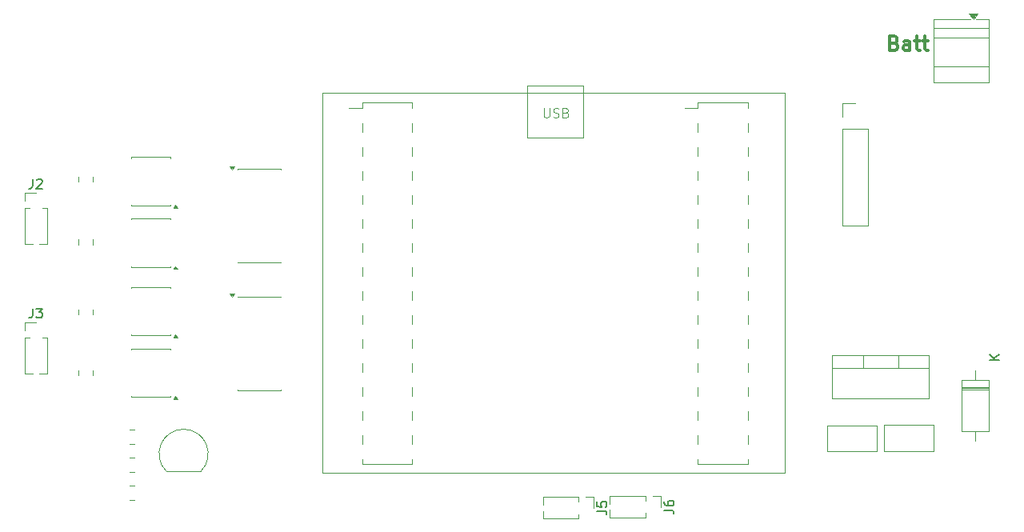
<source format=gbr>
%TF.GenerationSoftware,KiCad,Pcbnew,9.0.7*%
%TF.CreationDate,2026-02-19T21:01:26-05:00*%
%TF.ProjectId,DAC8822,44414338-3832-4322-9e6b-696361645f70,rev?*%
%TF.SameCoordinates,Original*%
%TF.FileFunction,Legend,Top*%
%TF.FilePolarity,Positive*%
%FSLAX46Y46*%
G04 Gerber Fmt 4.6, Leading zero omitted, Abs format (unit mm)*
G04 Created by KiCad (PCBNEW 9.0.7) date 2026-02-19 21:01:26*
%MOMM*%
%LPD*%
G01*
G04 APERTURE LIST*
%ADD10C,0.300000*%
%ADD11C,0.150000*%
%ADD12C,0.100000*%
%ADD13C,0.120000*%
G04 APERTURE END LIST*
D10*
X176654510Y-75215114D02*
X176868796Y-75286542D01*
X176868796Y-75286542D02*
X176940225Y-75357971D01*
X176940225Y-75357971D02*
X177011653Y-75500828D01*
X177011653Y-75500828D02*
X177011653Y-75715114D01*
X177011653Y-75715114D02*
X176940225Y-75857971D01*
X176940225Y-75857971D02*
X176868796Y-75929400D01*
X176868796Y-75929400D02*
X176725939Y-76000828D01*
X176725939Y-76000828D02*
X176154510Y-76000828D01*
X176154510Y-76000828D02*
X176154510Y-74500828D01*
X176154510Y-74500828D02*
X176654510Y-74500828D01*
X176654510Y-74500828D02*
X176797368Y-74572257D01*
X176797368Y-74572257D02*
X176868796Y-74643685D01*
X176868796Y-74643685D02*
X176940225Y-74786542D01*
X176940225Y-74786542D02*
X176940225Y-74929400D01*
X176940225Y-74929400D02*
X176868796Y-75072257D01*
X176868796Y-75072257D02*
X176797368Y-75143685D01*
X176797368Y-75143685D02*
X176654510Y-75215114D01*
X176654510Y-75215114D02*
X176154510Y-75215114D01*
X178297368Y-76000828D02*
X178297368Y-75215114D01*
X178297368Y-75215114D02*
X178225939Y-75072257D01*
X178225939Y-75072257D02*
X178083082Y-75000828D01*
X178083082Y-75000828D02*
X177797368Y-75000828D01*
X177797368Y-75000828D02*
X177654510Y-75072257D01*
X178297368Y-75929400D02*
X178154510Y-76000828D01*
X178154510Y-76000828D02*
X177797368Y-76000828D01*
X177797368Y-76000828D02*
X177654510Y-75929400D01*
X177654510Y-75929400D02*
X177583082Y-75786542D01*
X177583082Y-75786542D02*
X177583082Y-75643685D01*
X177583082Y-75643685D02*
X177654510Y-75500828D01*
X177654510Y-75500828D02*
X177797368Y-75429400D01*
X177797368Y-75429400D02*
X178154510Y-75429400D01*
X178154510Y-75429400D02*
X178297368Y-75357971D01*
X178797368Y-75000828D02*
X179368796Y-75000828D01*
X179011653Y-74500828D02*
X179011653Y-75786542D01*
X179011653Y-75786542D02*
X179083082Y-75929400D01*
X179083082Y-75929400D02*
X179225939Y-76000828D01*
X179225939Y-76000828D02*
X179368796Y-76000828D01*
X179654511Y-75000828D02*
X180225939Y-75000828D01*
X179868796Y-74500828D02*
X179868796Y-75786542D01*
X179868796Y-75786542D02*
X179940225Y-75929400D01*
X179940225Y-75929400D02*
X180083082Y-76000828D01*
X180083082Y-76000828D02*
X180225939Y-76000828D01*
D11*
X145199819Y-124733333D02*
X145914104Y-124733333D01*
X145914104Y-124733333D02*
X146056961Y-124780952D01*
X146056961Y-124780952D02*
X146152200Y-124876190D01*
X146152200Y-124876190D02*
X146199819Y-125019047D01*
X146199819Y-125019047D02*
X146199819Y-125114285D01*
X145199819Y-123780952D02*
X145199819Y-124257142D01*
X145199819Y-124257142D02*
X145676009Y-124304761D01*
X145676009Y-124304761D02*
X145628390Y-124257142D01*
X145628390Y-124257142D02*
X145580771Y-124161904D01*
X145580771Y-124161904D02*
X145580771Y-123923809D01*
X145580771Y-123923809D02*
X145628390Y-123828571D01*
X145628390Y-123828571D02*
X145676009Y-123780952D01*
X145676009Y-123780952D02*
X145771247Y-123733333D01*
X145771247Y-123733333D02*
X146009342Y-123733333D01*
X146009342Y-123733333D02*
X146104580Y-123780952D01*
X146104580Y-123780952D02*
X146152200Y-123828571D01*
X146152200Y-123828571D02*
X146199819Y-123923809D01*
X146199819Y-123923809D02*
X146199819Y-124161904D01*
X146199819Y-124161904D02*
X146152200Y-124257142D01*
X146152200Y-124257142D02*
X146104580Y-124304761D01*
X187754819Y-108761904D02*
X186754819Y-108761904D01*
X187754819Y-108190476D02*
X187183390Y-108619047D01*
X186754819Y-108190476D02*
X187326247Y-108761904D01*
D12*
X139556068Y-82101304D02*
X139556068Y-82910827D01*
X139556068Y-82910827D02*
X139603687Y-83006065D01*
X139603687Y-83006065D02*
X139651306Y-83053685D01*
X139651306Y-83053685D02*
X139746544Y-83101304D01*
X139746544Y-83101304D02*
X139937020Y-83101304D01*
X139937020Y-83101304D02*
X140032258Y-83053685D01*
X140032258Y-83053685D02*
X140079877Y-83006065D01*
X140079877Y-83006065D02*
X140127496Y-82910827D01*
X140127496Y-82910827D02*
X140127496Y-82101304D01*
X140556068Y-83053685D02*
X140698925Y-83101304D01*
X140698925Y-83101304D02*
X140937020Y-83101304D01*
X140937020Y-83101304D02*
X141032258Y-83053685D01*
X141032258Y-83053685D02*
X141079877Y-83006065D01*
X141079877Y-83006065D02*
X141127496Y-82910827D01*
X141127496Y-82910827D02*
X141127496Y-82815589D01*
X141127496Y-82815589D02*
X141079877Y-82720351D01*
X141079877Y-82720351D02*
X141032258Y-82672732D01*
X141032258Y-82672732D02*
X140937020Y-82625113D01*
X140937020Y-82625113D02*
X140746544Y-82577494D01*
X140746544Y-82577494D02*
X140651306Y-82529875D01*
X140651306Y-82529875D02*
X140603687Y-82482256D01*
X140603687Y-82482256D02*
X140556068Y-82387018D01*
X140556068Y-82387018D02*
X140556068Y-82291780D01*
X140556068Y-82291780D02*
X140603687Y-82196542D01*
X140603687Y-82196542D02*
X140651306Y-82148923D01*
X140651306Y-82148923D02*
X140746544Y-82101304D01*
X140746544Y-82101304D02*
X140984639Y-82101304D01*
X140984639Y-82101304D02*
X141127496Y-82148923D01*
X141889401Y-82577494D02*
X142032258Y-82625113D01*
X142032258Y-82625113D02*
X142079877Y-82672732D01*
X142079877Y-82672732D02*
X142127496Y-82767970D01*
X142127496Y-82767970D02*
X142127496Y-82910827D01*
X142127496Y-82910827D02*
X142079877Y-83006065D01*
X142079877Y-83006065D02*
X142032258Y-83053685D01*
X142032258Y-83053685D02*
X141937020Y-83101304D01*
X141937020Y-83101304D02*
X141556068Y-83101304D01*
X141556068Y-83101304D02*
X141556068Y-82101304D01*
X141556068Y-82101304D02*
X141889401Y-82101304D01*
X141889401Y-82101304D02*
X141984639Y-82148923D01*
X141984639Y-82148923D02*
X142032258Y-82196542D01*
X142032258Y-82196542D02*
X142079877Y-82291780D01*
X142079877Y-82291780D02*
X142079877Y-82387018D01*
X142079877Y-82387018D02*
X142032258Y-82482256D01*
X142032258Y-82482256D02*
X141984639Y-82529875D01*
X141984639Y-82529875D02*
X141889401Y-82577494D01*
X141889401Y-82577494D02*
X141556068Y-82577494D01*
D11*
X85466666Y-103309819D02*
X85466666Y-104024104D01*
X85466666Y-104024104D02*
X85419047Y-104166961D01*
X85419047Y-104166961D02*
X85323809Y-104262200D01*
X85323809Y-104262200D02*
X85180952Y-104309819D01*
X85180952Y-104309819D02*
X85085714Y-104309819D01*
X85847619Y-103309819D02*
X86466666Y-103309819D01*
X86466666Y-103309819D02*
X86133333Y-103690771D01*
X86133333Y-103690771D02*
X86276190Y-103690771D01*
X86276190Y-103690771D02*
X86371428Y-103738390D01*
X86371428Y-103738390D02*
X86419047Y-103786009D01*
X86419047Y-103786009D02*
X86466666Y-103881247D01*
X86466666Y-103881247D02*
X86466666Y-104119342D01*
X86466666Y-104119342D02*
X86419047Y-104214580D01*
X86419047Y-104214580D02*
X86371428Y-104262200D01*
X86371428Y-104262200D02*
X86276190Y-104309819D01*
X86276190Y-104309819D02*
X85990476Y-104309819D01*
X85990476Y-104309819D02*
X85895238Y-104262200D01*
X85895238Y-104262200D02*
X85847619Y-104214580D01*
X152299819Y-124633333D02*
X153014104Y-124633333D01*
X153014104Y-124633333D02*
X153156961Y-124680952D01*
X153156961Y-124680952D02*
X153252200Y-124776190D01*
X153252200Y-124776190D02*
X153299819Y-124919047D01*
X153299819Y-124919047D02*
X153299819Y-125014285D01*
X152299819Y-123728571D02*
X152299819Y-123919047D01*
X152299819Y-123919047D02*
X152347438Y-124014285D01*
X152347438Y-124014285D02*
X152395057Y-124061904D01*
X152395057Y-124061904D02*
X152537914Y-124157142D01*
X152537914Y-124157142D02*
X152728390Y-124204761D01*
X152728390Y-124204761D02*
X153109342Y-124204761D01*
X153109342Y-124204761D02*
X153204580Y-124157142D01*
X153204580Y-124157142D02*
X153252200Y-124109523D01*
X153252200Y-124109523D02*
X153299819Y-124014285D01*
X153299819Y-124014285D02*
X153299819Y-123823809D01*
X153299819Y-123823809D02*
X153252200Y-123728571D01*
X153252200Y-123728571D02*
X153204580Y-123680952D01*
X153204580Y-123680952D02*
X153109342Y-123633333D01*
X153109342Y-123633333D02*
X152871247Y-123633333D01*
X152871247Y-123633333D02*
X152776009Y-123680952D01*
X152776009Y-123680952D02*
X152728390Y-123728571D01*
X152728390Y-123728571D02*
X152680771Y-123823809D01*
X152680771Y-123823809D02*
X152680771Y-124014285D01*
X152680771Y-124014285D02*
X152728390Y-124109523D01*
X152728390Y-124109523D02*
X152776009Y-124157142D01*
X152776009Y-124157142D02*
X152871247Y-124204761D01*
X85466666Y-89609819D02*
X85466666Y-90324104D01*
X85466666Y-90324104D02*
X85419047Y-90466961D01*
X85419047Y-90466961D02*
X85323809Y-90562200D01*
X85323809Y-90562200D02*
X85180952Y-90609819D01*
X85180952Y-90609819D02*
X85085714Y-90609819D01*
X85895238Y-89705057D02*
X85942857Y-89657438D01*
X85942857Y-89657438D02*
X86038095Y-89609819D01*
X86038095Y-89609819D02*
X86276190Y-89609819D01*
X86276190Y-89609819D02*
X86371428Y-89657438D01*
X86371428Y-89657438D02*
X86419047Y-89705057D01*
X86419047Y-89705057D02*
X86466666Y-89800295D01*
X86466666Y-89800295D02*
X86466666Y-89895533D01*
X86466666Y-89895533D02*
X86419047Y-90038390D01*
X86419047Y-90038390D02*
X85847619Y-90609819D01*
X85847619Y-90609819D02*
X86466666Y-90609819D01*
D13*
%TO.C,J5*%
X139445000Y-123240000D02*
X139445000Y-124082077D01*
X139445000Y-124717923D02*
X139445000Y-125560000D01*
X143190000Y-123240000D02*
X139445000Y-123240000D01*
X143190000Y-123240000D02*
X143190000Y-123733292D01*
X143190000Y-125066708D02*
X143190000Y-125560000D01*
X143190000Y-125560000D02*
X139445000Y-125560000D01*
X144000000Y-123240000D02*
X144810000Y-123240000D01*
X144810000Y-123240000D02*
X144810000Y-124400000D01*
%TO.C,U6*%
X95915000Y-101035000D02*
X100035000Y-101035000D01*
X95915000Y-101130000D02*
X95915000Y-101035000D01*
X95915000Y-106155000D02*
X95915000Y-106060000D01*
X100035000Y-101035000D02*
X100035000Y-101130000D01*
X100035000Y-106060000D02*
X100035000Y-106155000D01*
X100035000Y-106155000D02*
X95915000Y-106155000D01*
X100815000Y-106395000D02*
X100335000Y-106395000D01*
X100575000Y-106065000D01*
X100815000Y-106395000D01*
G36*
X100815000Y-106395000D02*
G01*
X100335000Y-106395000D01*
X100575000Y-106065000D01*
X100815000Y-106395000D01*
G37*
%TO.C,U2*%
X107127500Y-88540000D02*
X111747500Y-88540000D01*
X107127500Y-88590000D02*
X107127500Y-88540000D01*
X107127500Y-98460000D02*
X107127500Y-98410000D01*
X111747500Y-88540000D02*
X111747500Y-88590000D01*
X111747500Y-98410000D02*
X111747500Y-98460000D01*
X111747500Y-98460000D02*
X107127500Y-98460000D01*
X106567500Y-88590000D02*
X106327500Y-88260000D01*
X106807500Y-88260000D01*
X106567500Y-88590000D01*
G36*
X106567500Y-88590000D02*
G01*
X106327500Y-88260000D01*
X106807500Y-88260000D01*
X106567500Y-88590000D01*
G37*
%TO.C,C4*%
X90310000Y-109883748D02*
X90310000Y-110406252D01*
X91780000Y-109883748D02*
X91780000Y-110406252D01*
%TO.C,U4*%
X95915000Y-87285000D02*
X100035000Y-87285000D01*
X95915000Y-87380000D02*
X95915000Y-87285000D01*
X95915000Y-92405000D02*
X95915000Y-92310000D01*
X100035000Y-87285000D02*
X100035000Y-87380000D01*
X100035000Y-92310000D02*
X100035000Y-92405000D01*
X100035000Y-92405000D02*
X95915000Y-92405000D01*
X100815000Y-92645000D02*
X100335000Y-92645000D01*
X100575000Y-92315000D01*
X100815000Y-92645000D01*
G36*
X100815000Y-92645000D02*
G01*
X100335000Y-92645000D01*
X100575000Y-92315000D01*
X100815000Y-92645000D01*
G37*
%TO.C,U10*%
X99630000Y-120530000D02*
X103230000Y-120530000D01*
X99591522Y-120518478D02*
G75*
G02*
X101430000Y-116079999I1838478J1838478D01*
G01*
X101430000Y-116080000D02*
G75*
G02*
X103268478Y-120518478I0J-2600000D01*
G01*
%TO.C,C3*%
X90310000Y-103383748D02*
X90310000Y-103906252D01*
X91780000Y-103383748D02*
X91780000Y-103906252D01*
%TO.C,D1*%
X185200000Y-109840000D02*
X185200000Y-110860000D01*
X185200000Y-117320000D02*
X185200000Y-116300000D01*
X186670000Y-111640000D02*
X183730000Y-111640000D01*
X186670000Y-111760000D02*
X183730000Y-111760000D01*
X186670000Y-111880000D02*
X183730000Y-111880000D01*
X186670000Y-110860000D02*
X183730000Y-110860000D01*
X183730000Y-116300000D01*
X186670000Y-116300000D01*
X186670000Y-110860000D01*
%TO.C,U8*%
X170090000Y-108240000D02*
X180310000Y-108240000D01*
X170090000Y-109620000D02*
X180310000Y-109620000D01*
X170090000Y-112860000D02*
X170090000Y-108240000D01*
X173350000Y-108240000D02*
X173350000Y-109620000D01*
X177050000Y-108240000D02*
X177050000Y-109620000D01*
X180310000Y-108240000D02*
X180310000Y-112860000D01*
X180310000Y-112860000D02*
X170090000Y-112860000D01*
%TO.C,U7*%
X95915000Y-107535000D02*
X100035000Y-107535000D01*
X95915000Y-107630000D02*
X95915000Y-107535000D01*
X95915000Y-112655000D02*
X95915000Y-112560000D01*
X100035000Y-107535000D02*
X100035000Y-107630000D01*
X100035000Y-112560000D02*
X100035000Y-112655000D01*
X100035000Y-112655000D02*
X95915000Y-112655000D01*
X100815000Y-112895000D02*
X100335000Y-112895000D01*
X100575000Y-112565000D01*
X100815000Y-112895000D01*
G36*
X100815000Y-112895000D02*
G01*
X100335000Y-112895000D01*
X100575000Y-112565000D01*
X100815000Y-112895000D01*
G37*
%TO.C,U9*%
X171120000Y-81620000D02*
X172500000Y-81620000D01*
X171120000Y-83000000D02*
X171120000Y-81620000D01*
X171120000Y-84270000D02*
X171120000Y-94540000D01*
X171120000Y-84270000D02*
X173880000Y-84270000D01*
X171120000Y-94540000D02*
X173880000Y-94540000D01*
X173880000Y-84270000D02*
X173880000Y-94540000D01*
%TO.C,R3*%
X95742936Y-122065000D02*
X96197064Y-122065000D01*
X95742936Y-123535000D02*
X96197064Y-123535000D01*
%TO.C,C6*%
X169580000Y-115680000D02*
X174820000Y-115680000D01*
X169580000Y-118420000D02*
X169580000Y-115680000D01*
X174820000Y-115680000D02*
X174820000Y-118420000D01*
X174820000Y-118420000D02*
X169580000Y-118420000D01*
%TO.C,J4*%
X180820000Y-72680000D02*
X184700000Y-72680000D01*
X180820000Y-79420000D02*
X180820000Y-72680000D01*
X185300000Y-72680000D02*
X186640000Y-72680000D01*
X186640000Y-72680000D02*
X186640000Y-79420000D01*
X186640000Y-73600000D02*
X180820000Y-73600000D01*
X186640000Y-74600000D02*
X180820000Y-74600000D01*
X186640000Y-77700000D02*
X180820000Y-77700000D01*
X186640000Y-79420000D02*
X180820000Y-79420000D01*
X185000000Y-72680000D02*
X184560000Y-72070000D01*
X185440000Y-72070000D01*
X185000000Y-72680000D01*
G36*
X185000000Y-72680000D02*
G01*
X184560000Y-72070000D01*
X185440000Y-72070000D01*
X185000000Y-72680000D01*
G37*
%TO.C,U3*%
X118922184Y-82048885D02*
X120312184Y-82048885D01*
X120312184Y-81478885D02*
X120312184Y-82048885D01*
X120312184Y-81478885D02*
X125612184Y-81478885D01*
X120312184Y-83668885D02*
X120312184Y-84588885D01*
X120312184Y-86208885D02*
X120312184Y-87128885D01*
X120312184Y-88748885D02*
X120312184Y-89668885D01*
X120312184Y-91288885D02*
X120312184Y-92208885D01*
X120312184Y-93828885D02*
X120312184Y-94748885D01*
X120312184Y-96368885D02*
X120312184Y-97288885D01*
X120312184Y-98908885D02*
X120312184Y-99828885D01*
X120312184Y-101448885D02*
X120312184Y-102368885D01*
X120312184Y-103988885D02*
X120312184Y-104908885D01*
X120312184Y-106528885D02*
X120312184Y-107448885D01*
X120312184Y-109068885D02*
X120312184Y-109988885D01*
X120312184Y-111608885D02*
X120312184Y-112528885D01*
X120312184Y-114148885D02*
X120312184Y-115068885D01*
X120312184Y-116688885D02*
X120312184Y-117608885D01*
X120312184Y-119228885D02*
X120312184Y-119798885D01*
X120312184Y-119798885D02*
X125612184Y-119798885D01*
X125612184Y-81478885D02*
X125612184Y-82048885D01*
X125612184Y-83668885D02*
X125612184Y-84588885D01*
X125612184Y-86208885D02*
X125612184Y-87128885D01*
X125612184Y-88748885D02*
X125612184Y-89668885D01*
X125612184Y-91288885D02*
X125612184Y-92208885D01*
X125612184Y-93828885D02*
X125612184Y-94748885D01*
X125612184Y-96368885D02*
X125612184Y-97288885D01*
X125612184Y-98908885D02*
X125612184Y-99828885D01*
X125612184Y-101448885D02*
X125612184Y-102368885D01*
X125612184Y-103988885D02*
X125612184Y-104908885D01*
X125612184Y-106528885D02*
X125612184Y-107448885D01*
X125612184Y-109068885D02*
X125612184Y-109988885D01*
X125612184Y-111608885D02*
X125612184Y-112528885D01*
X125612184Y-114148885D02*
X125612184Y-115068885D01*
X125612184Y-116688885D02*
X125612184Y-117608885D01*
X125612184Y-119228885D02*
X125612184Y-119798885D01*
X154452184Y-82048885D02*
X155842184Y-82048885D01*
X155842184Y-81478885D02*
X155842184Y-82048885D01*
X155842184Y-81478885D02*
X161142184Y-81478885D01*
X155842184Y-83668885D02*
X155842184Y-84588885D01*
X155842184Y-86208885D02*
X155842184Y-87128885D01*
X155842184Y-88748885D02*
X155842184Y-89668885D01*
X155842184Y-91288885D02*
X155842184Y-92208885D01*
X155842184Y-93828885D02*
X155842184Y-94748885D01*
X155842184Y-96368885D02*
X155842184Y-97288885D01*
X155842184Y-98908885D02*
X155842184Y-99828885D01*
X155842184Y-101448885D02*
X155842184Y-102368885D01*
X155842184Y-103988885D02*
X155842184Y-104908885D01*
X155842184Y-106528885D02*
X155842184Y-107448885D01*
X155842184Y-109068885D02*
X155842184Y-109988885D01*
X155842184Y-111608885D02*
X155842184Y-112528885D01*
X155842184Y-114148885D02*
X155842184Y-115068885D01*
X155842184Y-116688885D02*
X155842184Y-117608885D01*
X155842184Y-119228885D02*
X155842184Y-119798885D01*
X155842184Y-119798885D02*
X161142184Y-119798885D01*
X161142184Y-81478885D02*
X161142184Y-82048885D01*
X161142184Y-83668885D02*
X161142184Y-84588885D01*
X161142184Y-86208885D02*
X161142184Y-87128885D01*
X161142184Y-88748885D02*
X161142184Y-89668885D01*
X161142184Y-91288885D02*
X161142184Y-92208885D01*
X161142184Y-93828885D02*
X161142184Y-94748885D01*
X161142184Y-96368885D02*
X161142184Y-97288885D01*
X161142184Y-98908885D02*
X161142184Y-99828885D01*
X161142184Y-101448885D02*
X161142184Y-102368885D01*
X161142184Y-103988885D02*
X161142184Y-104908885D01*
X161142184Y-106528885D02*
X161142184Y-107448885D01*
X161142184Y-109068885D02*
X161142184Y-109988885D01*
X161142184Y-111608885D02*
X161142184Y-112528885D01*
X161142184Y-114148885D02*
X161142184Y-115068885D01*
X161142184Y-116688885D02*
X161142184Y-117608885D01*
X161142184Y-119228885D02*
X161142184Y-119798885D01*
D12*
X116112184Y-80458885D02*
X165042184Y-80458885D01*
X165042184Y-120658885D01*
X116112184Y-120658885D01*
X116112184Y-80458885D01*
X137752184Y-79728885D02*
X143752184Y-79728885D01*
X143752184Y-85228885D01*
X137752184Y-85228885D01*
X137752184Y-79728885D01*
D13*
%TO.C,J3*%
X84640000Y-104790000D02*
X85800000Y-104790000D01*
X84640000Y-105600000D02*
X84640000Y-104790000D01*
X84640000Y-106410000D02*
X84640000Y-110155000D01*
X84640000Y-106410000D02*
X85133292Y-106410000D01*
X84640000Y-110155000D02*
X85482077Y-110155000D01*
X86117923Y-110155000D02*
X86960000Y-110155000D01*
X86466708Y-106410000D02*
X86960000Y-106410000D01*
X86960000Y-106410000D02*
X86960000Y-110155000D01*
%TO.C,J6*%
X146545000Y-123140000D02*
X146545000Y-123982077D01*
X146545000Y-124617923D02*
X146545000Y-125460000D01*
X150290000Y-123140000D02*
X146545000Y-123140000D01*
X150290000Y-123140000D02*
X150290000Y-123633292D01*
X150290000Y-124966708D02*
X150290000Y-125460000D01*
X150290000Y-125460000D02*
X146545000Y-125460000D01*
X151100000Y-123140000D02*
X151910000Y-123140000D01*
X151910000Y-123140000D02*
X151910000Y-124300000D01*
%TO.C,C5*%
X175580000Y-115630000D02*
X180820000Y-115630000D01*
X175580000Y-118370000D02*
X175580000Y-115630000D01*
X180820000Y-115630000D02*
X180820000Y-118370000D01*
X180820000Y-118370000D02*
X175580000Y-118370000D01*
%TO.C,U5*%
X95915000Y-93785000D02*
X100035000Y-93785000D01*
X95915000Y-93880000D02*
X95915000Y-93785000D01*
X95915000Y-98905000D02*
X95915000Y-98810000D01*
X100035000Y-93785000D02*
X100035000Y-93880000D01*
X100035000Y-98810000D02*
X100035000Y-98905000D01*
X100035000Y-98905000D02*
X95915000Y-98905000D01*
X100815000Y-99145000D02*
X100335000Y-99145000D01*
X100575000Y-98815000D01*
X100815000Y-99145000D01*
G36*
X100815000Y-99145000D02*
G01*
X100335000Y-99145000D01*
X100575000Y-98815000D01*
X100815000Y-99145000D01*
G37*
%TO.C,R2*%
X95742936Y-119115000D02*
X96197064Y-119115000D01*
X95742936Y-120585000D02*
X96197064Y-120585000D01*
%TO.C,C1*%
X90310000Y-89383748D02*
X90310000Y-89906252D01*
X91780000Y-89383748D02*
X91780000Y-89906252D01*
%TO.C,R1*%
X95742936Y-116165000D02*
X96197064Y-116165000D01*
X95742936Y-117635000D02*
X96197064Y-117635000D01*
%TO.C,U1*%
X107127500Y-102040000D02*
X111747500Y-102040000D01*
X107127500Y-102090000D02*
X107127500Y-102040000D01*
X107127500Y-111960000D02*
X107127500Y-111910000D01*
X111747500Y-102040000D02*
X111747500Y-102090000D01*
X111747500Y-111910000D02*
X111747500Y-111960000D01*
X111747500Y-111960000D02*
X107127500Y-111960000D01*
X106567500Y-102090000D02*
X106327500Y-101760000D01*
X106807500Y-101760000D01*
X106567500Y-102090000D01*
G36*
X106567500Y-102090000D02*
G01*
X106327500Y-101760000D01*
X106807500Y-101760000D01*
X106567500Y-102090000D01*
G37*
%TO.C,C2*%
X90310000Y-96003748D02*
X90310000Y-96526252D01*
X91780000Y-96003748D02*
X91780000Y-96526252D01*
%TO.C,J2*%
X84640000Y-91090000D02*
X85800000Y-91090000D01*
X84640000Y-91900000D02*
X84640000Y-91090000D01*
X84640000Y-92710000D02*
X84640000Y-96455000D01*
X84640000Y-92710000D02*
X85133292Y-92710000D01*
X84640000Y-96455000D02*
X85482077Y-96455000D01*
X86117923Y-96455000D02*
X86960000Y-96455000D01*
X86466708Y-92710000D02*
X86960000Y-92710000D01*
X86960000Y-92710000D02*
X86960000Y-96455000D01*
%TD*%
M02*

</source>
